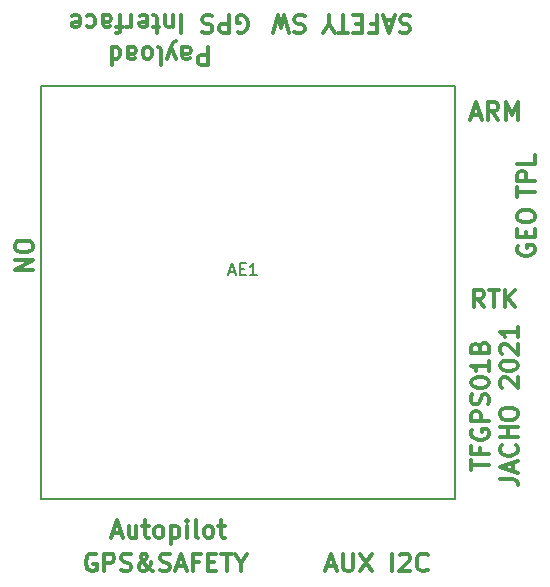
<source format=gbr>
G04 #@! TF.GenerationSoftware,KiCad,Pcbnew,(5.99.0-10394-g2e15de97e0)*
G04 #@! TF.CreationDate,2021-07-16T10:39:39+02:00*
G04 #@! TF.ProjectId,TFGPS01B,54464750-5330-4314-922e-6b696361645f,REV*
G04 #@! TF.SameCoordinates,Original*
G04 #@! TF.FileFunction,Legend,Top*
G04 #@! TF.FilePolarity,Positive*
%FSLAX46Y46*%
G04 Gerber Fmt 4.6, Leading zero omitted, Abs format (unit mm)*
G04 Created by KiCad (PCBNEW (5.99.0-10394-g2e15de97e0)) date 2021-07-16 10:39:39*
%MOMM*%
%LPD*%
G01*
G04 APERTURE LIST*
%ADD10C,0.300000*%
%ADD11C,0.150000*%
G04 APERTURE END LIST*
D10*
X45370857Y24213428D02*
X44870857Y24927714D01*
X44513714Y24213428D02*
X44513714Y25713428D01*
X45085142Y25713428D01*
X45228000Y25642000D01*
X45299428Y25570571D01*
X45370857Y25427714D01*
X45370857Y25213428D01*
X45299428Y25070571D01*
X45228000Y24999142D01*
X45085142Y24927714D01*
X44513714Y24927714D01*
X45799428Y25713428D02*
X46656571Y25713428D01*
X46228000Y24213428D02*
X46228000Y25713428D01*
X47156571Y24213428D02*
X47156571Y25713428D01*
X48013714Y24213428D02*
X47370857Y25070571D01*
X48013714Y25713428D02*
X47156571Y24856285D01*
X13965028Y5134800D02*
X14679314Y5134800D01*
X13822171Y4706228D02*
X14322171Y6206228D01*
X14822171Y4706228D01*
X15965028Y5706228D02*
X15965028Y4706228D01*
X15322171Y5706228D02*
X15322171Y4920514D01*
X15393600Y4777657D01*
X15536457Y4706228D01*
X15750742Y4706228D01*
X15893600Y4777657D01*
X15965028Y4849085D01*
X16465028Y5706228D02*
X17036457Y5706228D01*
X16679314Y6206228D02*
X16679314Y4920514D01*
X16750742Y4777657D01*
X16893600Y4706228D01*
X17036457Y4706228D01*
X17750742Y4706228D02*
X17607885Y4777657D01*
X17536457Y4849085D01*
X17465028Y4991942D01*
X17465028Y5420514D01*
X17536457Y5563371D01*
X17607885Y5634800D01*
X17750742Y5706228D01*
X17965028Y5706228D01*
X18107885Y5634800D01*
X18179314Y5563371D01*
X18250742Y5420514D01*
X18250742Y4991942D01*
X18179314Y4849085D01*
X18107885Y4777657D01*
X17965028Y4706228D01*
X17750742Y4706228D01*
X18893600Y5706228D02*
X18893600Y4206228D01*
X18893600Y5634800D02*
X19036457Y5706228D01*
X19322171Y5706228D01*
X19465028Y5634800D01*
X19536457Y5563371D01*
X19607885Y5420514D01*
X19607885Y4991942D01*
X19536457Y4849085D01*
X19465028Y4777657D01*
X19322171Y4706228D01*
X19036457Y4706228D01*
X18893600Y4777657D01*
X20250742Y4706228D02*
X20250742Y5706228D01*
X20250742Y6206228D02*
X20179314Y6134800D01*
X20250742Y6063371D01*
X20322171Y6134800D01*
X20250742Y6206228D01*
X20250742Y6063371D01*
X21179314Y4706228D02*
X21036457Y4777657D01*
X20965028Y4920514D01*
X20965028Y6206228D01*
X21965028Y4706228D02*
X21822171Y4777657D01*
X21750742Y4849085D01*
X21679314Y4991942D01*
X21679314Y5420514D01*
X21750742Y5563371D01*
X21822171Y5634800D01*
X21965028Y5706228D01*
X22179314Y5706228D01*
X22322171Y5634800D01*
X22393600Y5563371D01*
X22465028Y5420514D01*
X22465028Y4991942D01*
X22393600Y4849085D01*
X22322171Y4777657D01*
X22179314Y4706228D01*
X21965028Y4706228D01*
X22893600Y5706228D02*
X23465028Y5706228D01*
X23107885Y6206228D02*
X23107885Y4920514D01*
X23179314Y4777657D01*
X23322171Y4706228D01*
X23465028Y4706228D01*
X22003828Y46246171D02*
X22003828Y44746171D01*
X21432400Y44746171D01*
X21289542Y44817600D01*
X21218114Y44889028D01*
X21146685Y45031885D01*
X21146685Y45246171D01*
X21218114Y45389028D01*
X21289542Y45460457D01*
X21432400Y45531885D01*
X22003828Y45531885D01*
X19860971Y46246171D02*
X19860971Y45460457D01*
X19932400Y45317600D01*
X20075257Y45246171D01*
X20360971Y45246171D01*
X20503828Y45317600D01*
X19860971Y46174742D02*
X20003828Y46246171D01*
X20360971Y46246171D01*
X20503828Y46174742D01*
X20575257Y46031885D01*
X20575257Y45889028D01*
X20503828Y45746171D01*
X20360971Y45674742D01*
X20003828Y45674742D01*
X19860971Y45603314D01*
X19289542Y45246171D02*
X18932400Y46246171D01*
X18575257Y45246171D02*
X18932400Y46246171D01*
X19075257Y46603314D01*
X19146685Y46674742D01*
X19289542Y46746171D01*
X17789542Y46246171D02*
X17932400Y46174742D01*
X18003828Y46031885D01*
X18003828Y44746171D01*
X17003828Y46246171D02*
X17146685Y46174742D01*
X17218114Y46103314D01*
X17289542Y45960457D01*
X17289542Y45531885D01*
X17218114Y45389028D01*
X17146685Y45317600D01*
X17003828Y45246171D01*
X16789542Y45246171D01*
X16646685Y45317600D01*
X16575257Y45389028D01*
X16503828Y45531885D01*
X16503828Y45960457D01*
X16575257Y46103314D01*
X16646685Y46174742D01*
X16789542Y46246171D01*
X17003828Y46246171D01*
X15218114Y46246171D02*
X15218114Y45460457D01*
X15289542Y45317600D01*
X15432400Y45246171D01*
X15718114Y45246171D01*
X15860971Y45317600D01*
X15218114Y46174742D02*
X15360971Y46246171D01*
X15718114Y46246171D01*
X15860971Y46174742D01*
X15932400Y46031885D01*
X15932400Y45889028D01*
X15860971Y45746171D01*
X15718114Y45674742D01*
X15360971Y45674742D01*
X15218114Y45603314D01*
X13860971Y46246171D02*
X13860971Y44746171D01*
X13860971Y46174742D02*
X14003828Y46246171D01*
X14289542Y46246171D01*
X14432400Y46174742D01*
X14503828Y46103314D01*
X14575257Y45960457D01*
X14575257Y45531885D01*
X14503828Y45389028D01*
X14432400Y45317600D01*
X14289542Y45246171D01*
X14003828Y45246171D01*
X13860971Y45317600D01*
X44390714Y40517000D02*
X45105000Y40517000D01*
X44247857Y40088428D02*
X44747857Y41588428D01*
X45247857Y40088428D01*
X46605000Y40088428D02*
X46105000Y40802714D01*
X45747857Y40088428D02*
X45747857Y41588428D01*
X46319285Y41588428D01*
X46462142Y41517000D01*
X46533571Y41445571D01*
X46605000Y41302714D01*
X46605000Y41088428D01*
X46533571Y40945571D01*
X46462142Y40874142D01*
X46319285Y40802714D01*
X45747857Y40802714D01*
X47247857Y40088428D02*
X47247857Y41588428D01*
X47747857Y40517000D01*
X48247857Y41588428D01*
X48247857Y40088428D01*
X48272000Y29408571D02*
X48200571Y29265714D01*
X48200571Y29051428D01*
X48272000Y28837142D01*
X48414857Y28694285D01*
X48557714Y28622857D01*
X48843428Y28551428D01*
X49057714Y28551428D01*
X49343428Y28622857D01*
X49486285Y28694285D01*
X49629142Y28837142D01*
X49700571Y29051428D01*
X49700571Y29194285D01*
X49629142Y29408571D01*
X49557714Y29480000D01*
X49057714Y29480000D01*
X49057714Y29194285D01*
X48914857Y30122857D02*
X48914857Y30622857D01*
X49700571Y30837142D02*
X49700571Y30122857D01*
X48200571Y30122857D01*
X48200571Y30837142D01*
X48200571Y31765714D02*
X48200571Y32051428D01*
X48272000Y32194285D01*
X48414857Y32337142D01*
X48700571Y32408571D01*
X49200571Y32408571D01*
X49486285Y32337142D01*
X49629142Y32194285D01*
X49700571Y32051428D01*
X49700571Y31765714D01*
X49629142Y31622857D01*
X49486285Y31480000D01*
X49200571Y31408571D01*
X48700571Y31408571D01*
X48414857Y31480000D01*
X48272000Y31622857D01*
X48200571Y31765714D01*
X44326071Y10410714D02*
X44326071Y11267857D01*
X45826071Y10839285D02*
X44326071Y10839285D01*
X45040357Y12267857D02*
X45040357Y11767857D01*
X45826071Y11767857D02*
X44326071Y11767857D01*
X44326071Y12482142D01*
X44397500Y13839285D02*
X44326071Y13696428D01*
X44326071Y13482142D01*
X44397500Y13267857D01*
X44540357Y13125000D01*
X44683214Y13053571D01*
X44968928Y12982142D01*
X45183214Y12982142D01*
X45468928Y13053571D01*
X45611785Y13125000D01*
X45754642Y13267857D01*
X45826071Y13482142D01*
X45826071Y13625000D01*
X45754642Y13839285D01*
X45683214Y13910714D01*
X45183214Y13910714D01*
X45183214Y13625000D01*
X45826071Y14553571D02*
X44326071Y14553571D01*
X44326071Y15125000D01*
X44397500Y15267857D01*
X44468928Y15339285D01*
X44611785Y15410714D01*
X44826071Y15410714D01*
X44968928Y15339285D01*
X45040357Y15267857D01*
X45111785Y15125000D01*
X45111785Y14553571D01*
X45754642Y15982142D02*
X45826071Y16196428D01*
X45826071Y16553571D01*
X45754642Y16696428D01*
X45683214Y16767857D01*
X45540357Y16839285D01*
X45397500Y16839285D01*
X45254642Y16767857D01*
X45183214Y16696428D01*
X45111785Y16553571D01*
X45040357Y16267857D01*
X44968928Y16125000D01*
X44897500Y16053571D01*
X44754642Y15982142D01*
X44611785Y15982142D01*
X44468928Y16053571D01*
X44397500Y16125000D01*
X44326071Y16267857D01*
X44326071Y16625000D01*
X44397500Y16839285D01*
X44326071Y17767857D02*
X44326071Y17910714D01*
X44397500Y18053571D01*
X44468928Y18125000D01*
X44611785Y18196428D01*
X44897500Y18267857D01*
X45254642Y18267857D01*
X45540357Y18196428D01*
X45683214Y18125000D01*
X45754642Y18053571D01*
X45826071Y17910714D01*
X45826071Y17767857D01*
X45754642Y17625000D01*
X45683214Y17553571D01*
X45540357Y17482142D01*
X45254642Y17410714D01*
X44897500Y17410714D01*
X44611785Y17482142D01*
X44468928Y17553571D01*
X44397500Y17625000D01*
X44326071Y17767857D01*
X45826071Y19696428D02*
X45826071Y18839285D01*
X45826071Y19267857D02*
X44326071Y19267857D01*
X44540357Y19125000D01*
X44683214Y18982142D01*
X44754642Y18839285D01*
X45040357Y20839285D02*
X45111785Y21053571D01*
X45183214Y21125000D01*
X45326071Y21196428D01*
X45540357Y21196428D01*
X45683214Y21125000D01*
X45754642Y21053571D01*
X45826071Y20910714D01*
X45826071Y20339285D01*
X44326071Y20339285D01*
X44326071Y20839285D01*
X44397500Y20982142D01*
X44468928Y21053571D01*
X44611785Y21125000D01*
X44754642Y21125000D01*
X44897500Y21053571D01*
X44968928Y20982142D01*
X45040357Y20839285D01*
X45040357Y20339285D01*
X46741071Y9696428D02*
X47812500Y9696428D01*
X48026785Y9625000D01*
X48169642Y9482142D01*
X48241071Y9267857D01*
X48241071Y9125000D01*
X47812500Y10339285D02*
X47812500Y11053571D01*
X48241071Y10196428D02*
X46741071Y10696428D01*
X48241071Y11196428D01*
X48098214Y12553571D02*
X48169642Y12482142D01*
X48241071Y12267857D01*
X48241071Y12125000D01*
X48169642Y11910714D01*
X48026785Y11767857D01*
X47883928Y11696428D01*
X47598214Y11625000D01*
X47383928Y11625000D01*
X47098214Y11696428D01*
X46955357Y11767857D01*
X46812500Y11910714D01*
X46741071Y12125000D01*
X46741071Y12267857D01*
X46812500Y12482142D01*
X46883928Y12553571D01*
X48241071Y13196428D02*
X46741071Y13196428D01*
X47455357Y13196428D02*
X47455357Y14053571D01*
X48241071Y14053571D02*
X46741071Y14053571D01*
X46741071Y15053571D02*
X46741071Y15339285D01*
X46812500Y15482142D01*
X46955357Y15625000D01*
X47241071Y15696428D01*
X47741071Y15696428D01*
X48026785Y15625000D01*
X48169642Y15482142D01*
X48241071Y15339285D01*
X48241071Y15053571D01*
X48169642Y14910714D01*
X48026785Y14767857D01*
X47741071Y14696428D01*
X47241071Y14696428D01*
X46955357Y14767857D01*
X46812500Y14910714D01*
X46741071Y15053571D01*
X46883928Y17410714D02*
X46812500Y17482142D01*
X46741071Y17625000D01*
X46741071Y17982142D01*
X46812500Y18125000D01*
X46883928Y18196428D01*
X47026785Y18267857D01*
X47169642Y18267857D01*
X47383928Y18196428D01*
X48241071Y17339285D01*
X48241071Y18267857D01*
X46741071Y19196428D02*
X46741071Y19339285D01*
X46812500Y19482142D01*
X46883928Y19553571D01*
X47026785Y19625000D01*
X47312500Y19696428D01*
X47669642Y19696428D01*
X47955357Y19625000D01*
X48098214Y19553571D01*
X48169642Y19482142D01*
X48241071Y19339285D01*
X48241071Y19196428D01*
X48169642Y19053571D01*
X48098214Y18982142D01*
X47955357Y18910714D01*
X47669642Y18839285D01*
X47312500Y18839285D01*
X47026785Y18910714D01*
X46883928Y18982142D01*
X46812500Y19053571D01*
X46741071Y19196428D01*
X46883928Y20267857D02*
X46812500Y20339285D01*
X46741071Y20482142D01*
X46741071Y20839285D01*
X46812500Y20982142D01*
X46883928Y21053571D01*
X47026785Y21125000D01*
X47169642Y21125000D01*
X47383928Y21053571D01*
X48241071Y20196428D01*
X48241071Y21125000D01*
X48241071Y22553571D02*
X48241071Y21696428D01*
X48241071Y22125000D02*
X46741071Y22125000D01*
X46955357Y21982142D01*
X47098214Y21839285D01*
X47169642Y21696428D01*
X7171428Y29503571D02*
X7171428Y29217857D01*
X7100000Y29075000D01*
X6957142Y28932142D01*
X6671428Y28860714D01*
X6171428Y28860714D01*
X5885714Y28932142D01*
X5742857Y29075000D01*
X5671428Y29217857D01*
X5671428Y29503571D01*
X5742857Y29646428D01*
X5885714Y29789285D01*
X6171428Y29860714D01*
X6671428Y29860714D01*
X6957142Y29789285D01*
X7100000Y29646428D01*
X7171428Y29503571D01*
X5671428Y28217857D02*
X7171428Y28217857D01*
X5671428Y27360714D01*
X7171428Y27360714D01*
X32110171Y2290000D02*
X32824457Y2290000D01*
X31967314Y1861428D02*
X32467314Y3361428D01*
X32967314Y1861428D01*
X33467314Y3361428D02*
X33467314Y2147142D01*
X33538742Y2004285D01*
X33610171Y1932857D01*
X33753028Y1861428D01*
X34038742Y1861428D01*
X34181600Y1932857D01*
X34253028Y2004285D01*
X34324457Y2147142D01*
X34324457Y3361428D01*
X34895885Y3361428D02*
X35895885Y1861428D01*
X35895885Y3361428D02*
X34895885Y1861428D01*
X37610171Y1861428D02*
X37610171Y3361428D01*
X38253028Y3218571D02*
X38324457Y3290000D01*
X38467314Y3361428D01*
X38824457Y3361428D01*
X38967314Y3290000D01*
X39038742Y3218571D01*
X39110171Y3075714D01*
X39110171Y2932857D01*
X39038742Y2718571D01*
X38181600Y1861428D01*
X39110171Y1861428D01*
X40610171Y2004285D02*
X40538742Y1932857D01*
X40324457Y1861428D01*
X40181600Y1861428D01*
X39967314Y1932857D01*
X39824457Y2075714D01*
X39753028Y2218571D01*
X39681600Y2504285D01*
X39681600Y2718571D01*
X39753028Y3004285D01*
X39824457Y3147142D01*
X39967314Y3290000D01*
X40181600Y3361428D01*
X40324457Y3361428D01*
X40538742Y3290000D01*
X40610171Y3218571D01*
X48200571Y33520285D02*
X48200571Y34377428D01*
X49700571Y33948857D02*
X48200571Y33948857D01*
X49700571Y34877428D02*
X48200571Y34877428D01*
X48200571Y35448857D01*
X48272000Y35591714D01*
X48343428Y35663142D01*
X48486285Y35734571D01*
X48700571Y35734571D01*
X48843428Y35663142D01*
X48914857Y35591714D01*
X48986285Y35448857D01*
X48986285Y34877428D01*
X49700571Y37091714D02*
X49700571Y36377428D01*
X48200571Y36377428D01*
X39125600Y48867142D02*
X38911314Y48938571D01*
X38554171Y48938571D01*
X38411314Y48867142D01*
X38339885Y48795714D01*
X38268457Y48652857D01*
X38268457Y48510000D01*
X38339885Y48367142D01*
X38411314Y48295714D01*
X38554171Y48224285D01*
X38839885Y48152857D01*
X38982742Y48081428D01*
X39054171Y48010000D01*
X39125600Y47867142D01*
X39125600Y47724285D01*
X39054171Y47581428D01*
X38982742Y47510000D01*
X38839885Y47438571D01*
X38482742Y47438571D01*
X38268457Y47510000D01*
X37697028Y48510000D02*
X36982742Y48510000D01*
X37839885Y48938571D02*
X37339885Y47438571D01*
X36839885Y48938571D01*
X35839885Y48152857D02*
X36339885Y48152857D01*
X36339885Y48938571D02*
X36339885Y47438571D01*
X35625600Y47438571D01*
X35054171Y48152857D02*
X34554171Y48152857D01*
X34339885Y48938571D02*
X35054171Y48938571D01*
X35054171Y47438571D01*
X34339885Y47438571D01*
X33911314Y47438571D02*
X33054171Y47438571D01*
X33482742Y48938571D02*
X33482742Y47438571D01*
X32268457Y48224285D02*
X32268457Y48938571D01*
X32768457Y47438571D02*
X32268457Y48224285D01*
X31768457Y47438571D01*
X30197028Y48867142D02*
X29982742Y48938571D01*
X29625600Y48938571D01*
X29482742Y48867142D01*
X29411314Y48795714D01*
X29339885Y48652857D01*
X29339885Y48510000D01*
X29411314Y48367142D01*
X29482742Y48295714D01*
X29625600Y48224285D01*
X29911314Y48152857D01*
X30054171Y48081428D01*
X30125600Y48010000D01*
X30197028Y47867142D01*
X30197028Y47724285D01*
X30125600Y47581428D01*
X30054171Y47510000D01*
X29911314Y47438571D01*
X29554171Y47438571D01*
X29339885Y47510000D01*
X28839885Y47438571D02*
X28482742Y48938571D01*
X28197028Y47867142D01*
X27911314Y48938571D01*
X27554171Y47438571D01*
X12522142Y3290000D02*
X12379285Y3361428D01*
X12165000Y3361428D01*
X11950714Y3290000D01*
X11807857Y3147142D01*
X11736428Y3004285D01*
X11665000Y2718571D01*
X11665000Y2504285D01*
X11736428Y2218571D01*
X11807857Y2075714D01*
X11950714Y1932857D01*
X12165000Y1861428D01*
X12307857Y1861428D01*
X12522142Y1932857D01*
X12593571Y2004285D01*
X12593571Y2504285D01*
X12307857Y2504285D01*
X13236428Y1861428D02*
X13236428Y3361428D01*
X13807857Y3361428D01*
X13950714Y3290000D01*
X14022142Y3218571D01*
X14093571Y3075714D01*
X14093571Y2861428D01*
X14022142Y2718571D01*
X13950714Y2647142D01*
X13807857Y2575714D01*
X13236428Y2575714D01*
X14665000Y1932857D02*
X14879285Y1861428D01*
X15236428Y1861428D01*
X15379285Y1932857D01*
X15450714Y2004285D01*
X15522142Y2147142D01*
X15522142Y2290000D01*
X15450714Y2432857D01*
X15379285Y2504285D01*
X15236428Y2575714D01*
X14950714Y2647142D01*
X14807857Y2718571D01*
X14736428Y2790000D01*
X14665000Y2932857D01*
X14665000Y3075714D01*
X14736428Y3218571D01*
X14807857Y3290000D01*
X14950714Y3361428D01*
X15307857Y3361428D01*
X15522142Y3290000D01*
X17379285Y1861428D02*
X17307857Y1861428D01*
X17165000Y1932857D01*
X16950714Y2147142D01*
X16593571Y2575714D01*
X16450714Y2790000D01*
X16379285Y3004285D01*
X16379285Y3147142D01*
X16450714Y3290000D01*
X16593571Y3361428D01*
X16665000Y3361428D01*
X16807857Y3290000D01*
X16879285Y3147142D01*
X16879285Y3075714D01*
X16807857Y2932857D01*
X16736428Y2861428D01*
X16307857Y2575714D01*
X16236428Y2504285D01*
X16165000Y2361428D01*
X16165000Y2147142D01*
X16236428Y2004285D01*
X16307857Y1932857D01*
X16450714Y1861428D01*
X16665000Y1861428D01*
X16807857Y1932857D01*
X16879285Y2004285D01*
X17093571Y2290000D01*
X17165000Y2504285D01*
X17165000Y2647142D01*
X17950714Y1932857D02*
X18165000Y1861428D01*
X18522142Y1861428D01*
X18665000Y1932857D01*
X18736428Y2004285D01*
X18807857Y2147142D01*
X18807857Y2290000D01*
X18736428Y2432857D01*
X18665000Y2504285D01*
X18522142Y2575714D01*
X18236428Y2647142D01*
X18093571Y2718571D01*
X18022142Y2790000D01*
X17950714Y2932857D01*
X17950714Y3075714D01*
X18022142Y3218571D01*
X18093571Y3290000D01*
X18236428Y3361428D01*
X18593571Y3361428D01*
X18807857Y3290000D01*
X19379285Y2290000D02*
X20093571Y2290000D01*
X19236428Y1861428D02*
X19736428Y3361428D01*
X20236428Y1861428D01*
X21236428Y2647142D02*
X20736428Y2647142D01*
X20736428Y1861428D02*
X20736428Y3361428D01*
X21450714Y3361428D01*
X22022142Y2647142D02*
X22522142Y2647142D01*
X22736428Y1861428D02*
X22022142Y1861428D01*
X22022142Y3361428D01*
X22736428Y3361428D01*
X23165000Y3361428D02*
X24022142Y3361428D01*
X23593571Y1861428D02*
X23593571Y3361428D01*
X24807857Y2575714D02*
X24807857Y1861428D01*
X24307857Y3361428D02*
X24807857Y2575714D01*
X25307857Y3361428D01*
X24539542Y47510000D02*
X24682400Y47438571D01*
X24896685Y47438571D01*
X25110971Y47510000D01*
X25253828Y47652857D01*
X25325257Y47795714D01*
X25396685Y48081428D01*
X25396685Y48295714D01*
X25325257Y48581428D01*
X25253828Y48724285D01*
X25110971Y48867142D01*
X24896685Y48938571D01*
X24753828Y48938571D01*
X24539542Y48867142D01*
X24468114Y48795714D01*
X24468114Y48295714D01*
X24753828Y48295714D01*
X23825257Y48938571D02*
X23825257Y47438571D01*
X23253828Y47438571D01*
X23110971Y47510000D01*
X23039542Y47581428D01*
X22968114Y47724285D01*
X22968114Y47938571D01*
X23039542Y48081428D01*
X23110971Y48152857D01*
X23253828Y48224285D01*
X23825257Y48224285D01*
X22396685Y48867142D02*
X22182400Y48938571D01*
X21825257Y48938571D01*
X21682400Y48867142D01*
X21610971Y48795714D01*
X21539542Y48652857D01*
X21539542Y48510000D01*
X21610971Y48367142D01*
X21682400Y48295714D01*
X21825257Y48224285D01*
X22110971Y48152857D01*
X22253828Y48081428D01*
X22325257Y48010000D01*
X22396685Y47867142D01*
X22396685Y47724285D01*
X22325257Y47581428D01*
X22253828Y47510000D01*
X22110971Y47438571D01*
X21753828Y47438571D01*
X21539542Y47510000D01*
X19753828Y48938571D02*
X19753828Y47438571D01*
X19039542Y47938571D02*
X19039542Y48938571D01*
X19039542Y48081428D02*
X18968114Y48010000D01*
X18825257Y47938571D01*
X18610971Y47938571D01*
X18468114Y48010000D01*
X18396685Y48152857D01*
X18396685Y48938571D01*
X17896685Y47938571D02*
X17325257Y47938571D01*
X17682400Y47438571D02*
X17682400Y48724285D01*
X17610971Y48867142D01*
X17468114Y48938571D01*
X17325257Y48938571D01*
X16253828Y48867142D02*
X16396685Y48938571D01*
X16682400Y48938571D01*
X16825257Y48867142D01*
X16896685Y48724285D01*
X16896685Y48152857D01*
X16825257Y48010000D01*
X16682400Y47938571D01*
X16396685Y47938571D01*
X16253828Y48010000D01*
X16182400Y48152857D01*
X16182400Y48295714D01*
X16896685Y48438571D01*
X15539542Y48938571D02*
X15539542Y47938571D01*
X15539542Y48224285D02*
X15468114Y48081428D01*
X15396685Y48010000D01*
X15253828Y47938571D01*
X15110971Y47938571D01*
X14825257Y47938571D02*
X14253828Y47938571D01*
X14610971Y48938571D02*
X14610971Y47652857D01*
X14539542Y47510000D01*
X14396685Y47438571D01*
X14253828Y47438571D01*
X13110971Y48938571D02*
X13110971Y48152857D01*
X13182400Y48010000D01*
X13325257Y47938571D01*
X13610971Y47938571D01*
X13753828Y48010000D01*
X13110971Y48867142D02*
X13253828Y48938571D01*
X13610971Y48938571D01*
X13753828Y48867142D01*
X13825257Y48724285D01*
X13825257Y48581428D01*
X13753828Y48438571D01*
X13610971Y48367142D01*
X13253828Y48367142D01*
X13110971Y48295714D01*
X11753828Y48867142D02*
X11896685Y48938571D01*
X12182400Y48938571D01*
X12325257Y48867142D01*
X12396685Y48795714D01*
X12468114Y48652857D01*
X12468114Y48224285D01*
X12396685Y48081428D01*
X12325257Y48010000D01*
X12182400Y47938571D01*
X11896685Y47938571D01*
X11753828Y48010000D01*
X10539542Y48867142D02*
X10682400Y48938571D01*
X10968114Y48938571D01*
X11110971Y48867142D01*
X11182400Y48724285D01*
X11182400Y48152857D01*
X11110971Y48010000D01*
X10968114Y47938571D01*
X10682400Y47938571D01*
X10539542Y48010000D01*
X10468114Y48152857D01*
X10468114Y48295714D01*
X11182400Y48438571D01*
D11*
X23826933Y27214533D02*
X24303123Y27214533D01*
X23731695Y26928819D02*
X24065028Y27928819D01*
X24398361Y26928819D01*
X24731695Y27452628D02*
X25065028Y27452628D01*
X25207885Y26928819D02*
X24731695Y26928819D01*
X24731695Y27928819D01*
X25207885Y27928819D01*
X26160266Y26928819D02*
X25588838Y26928819D01*
X25874552Y26928819D02*
X25874552Y27928819D01*
X25779314Y27785961D01*
X25684076Y27690723D01*
X25588838Y27643104D01*
X42926000Y7950000D02*
X7926000Y7950000D01*
X7926000Y7950000D02*
X7926000Y42950000D01*
X7926000Y42950000D02*
X42926000Y42950000D01*
X42926000Y42950000D02*
X42926000Y7950000D01*
M02*

</source>
